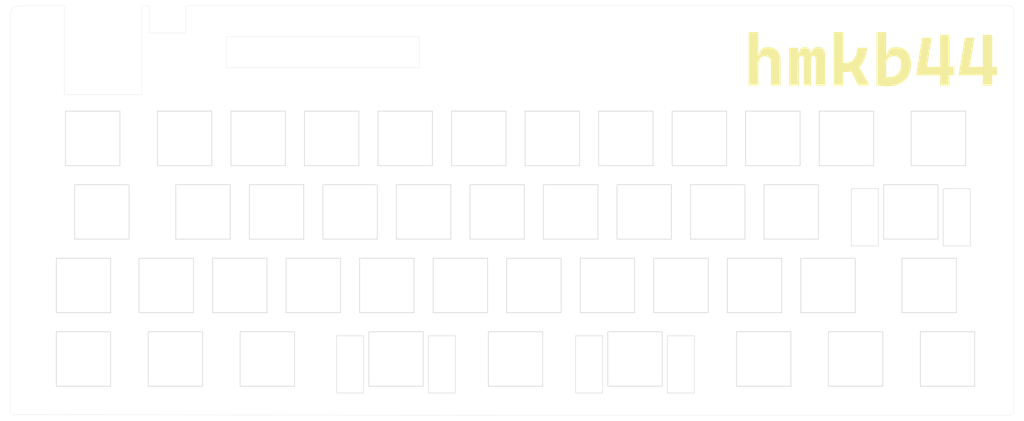
<source format=kicad_pcb>
(kicad_pcb (version 20241229) (generator "pcbnew") (generator_version "9.0")
  (layers (0 "F.Cu" signal) (2 "B.Cu" signal) (13 "F.Paste" user) (15 "B.Paste" user) (5 "F.SilkS" user "F.Silkscreen") (7 "B.SilkS" user "B.Silkscreen") (1 "F.Mask" user) (3 "B.Mask" user) (25 "Edge.Cuts" user))
  (net 0 "")
  (footprint "00SS_kbd_SW_Hole:SW_Hole_1.75u" (layer "F.Cu") (at 333.0575 152.4)
    (property "Reference" "SW58" (hide yes))
    (property "Value" "SW_Push" (hide yes))
    (fp_line (start -7.05 -7.05) (end 7.05 -7.05) (stroke (width 0.15)) (layer "Edge.Cuts"))
    (fp_line (start -7.05 7.05) (end -7.05 -7.05) (stroke (width 0.15)) (layer "Edge.Cuts"))
    (fp_line (start 7.05 -7.05) (end 7.05 7.05) (stroke (width 0.15)) (layer "Edge.Cuts"))
    (fp_line (start 7.05 7.05) (end -7.05 7.05) (stroke (width 0.15)) (layer "Edge.Cuts"))
  )
  (footprint "00SS_kbd_SW_Hole:SW_Hole_1u" (layer "F.Cu") (at 254.4763 114.3)
    (property "Reference" "SW21" (hide yes))
    (property "Value" "SW_Push" (hide yes))
    (fp_line (start -7.05 -7.05) (end 7.05 -7.05) (stroke (width 0.15)) (layer "Edge.Cuts"))
    (fp_line (start -7.05 7.05) (end -7.05 -7.05) (stroke (width 0.15)) (layer "Edge.Cuts"))
    (fp_line (start 7.05 -7.05) (end 7.05 7.05) (stroke (width 0.15)) (layer "Edge.Cuts"))
    (fp_line (start 7.05 7.05) (end -7.05 7.05) (stroke (width 0.15)) (layer "Edge.Cuts"))
  )
  (footprint "00SS_kbd_SW_Hole:SW_Hole_1u" (layer "F.Cu") (at 183.0388 133.35)
    (property "Reference" "SW32" (hide yes))
    (property "Value" "SW_Push" (hide yes))
    (fp_line (start -7.05 -7.05) (end 7.05 -7.05) (stroke (width 0.15)) (layer "Edge.Cuts"))
    (fp_line (start -7.05 7.05) (end -7.05 -7.05) (stroke (width 0.15)) (layer "Edge.Cuts"))
    (fp_line (start 7.05 -7.05) (end 7.05 7.05) (stroke (width 0.15)) (layer "Edge.Cuts"))
    (fp_line (start 7.05 7.05) (end -7.05 7.05) (stroke (width 0.15)) (layer "Edge.Cuts"))
  )
  (footprint "00SS_kbd_SW_Hole:SW_Hole_1.5u" (layer "F.Cu") (at 335.4388 114.3)
    (property "Reference" "SW26" (hide yes))
    (property "Value" "SW_Push" (hide yes))
    (fp_line (start -7.05 -7.05) (end 7.05 -7.05) (stroke (width 0.15)) (layer "Edge.Cuts"))
    (fp_line (start -7.05 7.05) (end -7.05 -7.05) (stroke (width 0.15)) (layer "Edge.Cuts"))
    (fp_line (start 7.05 -7.05) (end 7.05 7.05) (stroke (width 0.15)) (layer "Edge.Cuts"))
    (fp_line (start 7.05 7.05) (end -7.05 7.05) (stroke (width 0.15)) (layer "Edge.Cuts"))
  )
  (footprint "00SS_kbd_SW_Hole:SW_Hole_1u" (layer "F.Cu") (at 197.3263 114.3)
    (property "Reference" "SW16" (hide yes))
    (property "Value" "SW_Push" (hide yes))
    (fp_line (start -7.05 -7.05) (end 7.05 -7.05) (stroke (width 0.15)) (layer "Edge.Cuts"))
    (fp_line (start -7.05 7.05) (end -7.05 -7.05) (stroke (width 0.15)) (layer "Edge.Cuts"))
    (fp_line (start 7.05 -7.05) (end 7.05 7.05) (stroke (width 0.15)) (layer "Edge.Cuts"))
    (fp_line (start 7.05 7.05) (end -7.05 7.05) (stroke (width 0.15)) (layer "Edge.Cuts"))
  )
  (footprint "00SS_kbd_SW_Hole:SW_Hole_1u" (layer "F.Cu") (at 192.5638 152.4)
    (property "Reference" "SW48" (hide yes))
    (property "Value" "SW_Push" (hide yes))
    (fp_line (start -7.05 -7.05) (end 7.05 -7.05) (stroke (width 0.15)) (layer "Edge.Cuts"))
    (fp_line (start -7.05 7.05) (end -7.05 -7.05) (stroke (width 0.15)) (layer "Edge.Cuts"))
    (fp_line (start 7.05 -7.05) (end 7.05 7.05) (stroke (width 0.15)) (layer "Edge.Cuts"))
    (fp_line (start 7.05 7.05) (end -7.05 7.05) (stroke (width 0.15)) (layer "Edge.Cuts"))
  )
  (footprint "00SS_kbd_SW_Hole:SW_Hole_1.25u" (layer "F.Cu") (at 113.9825 152.4)
    (property "Reference" "SW43" (hide yes))
    (property "Value" "SW_Push" (hide yes))
    (fp_line (start -7.05 -7.05) (end 7.05 -7.05) (stroke (width 0.15)) (layer "Edge.Cuts"))
    (fp_line (start -7.05 7.05) (end -7.05 -7.05) (stroke (width 0.15)) (layer "Edge.Cuts"))
    (fp_line (start 7.05 -7.05) (end 7.05 7.05) (stroke (width 0.15)) (layer "Edge.Cuts"))
    (fp_line (start 7.05 7.05) (end -7.05 7.05) (stroke (width 0.15)) (layer "Edge.Cuts"))
  )
  (footprint "00SS_kbd_SW_Hole:SW_Hole_1u" (layer "F.Cu") (at 216.3763 114.3)
    (property "Reference" "SW17" (hide yes))
    (property "Value" "SW_Push" (hide yes))
    (fp_line (start -7.05 -7.05) (end 7.05 -7.05) (stroke (width 0.15)) (layer "Edge.Cuts"))
    (fp_line (start -7.05 7.05) (end -7.05 -7.05) (stroke (width 0.15)) (layer "Edge.Cuts"))
    (fp_line (start 7.05 -7.05) (end 7.05 7.05) (stroke (width 0.15)) (layer "Edge.Cuts"))
    (fp_line (start 7.05 7.05) (end -7.05 7.05) (stroke (width 0.15)) (layer "Edge.Cuts"))
  )
  (footprint "MountingHole:MountingHole_2.2mm_M2" (layer "F.Cu") (at 225 183.5)
    (property "Reference" "H6")
    (property "Value" "MountingHole")
    (pad "" np_thru_hole circle (at 0 0) (size 2.2 2.2) (drill 2.2) (layers "*.Cu" "*.Mask"))
  )
  (footprint "MountingHole:MountingHole_2.2mm_M2" (layer "F.Cu") (at 97.5 133)
    (property "Reference" "H8")
    (property "Value" "MountingHole")
    (pad "" np_thru_hole circle (at 0 0) (size 2.2 2.2) (drill 2.2) (layers "*.Cu" "*.Mask"))
  )
  (footprint "MountingHole:MountingHole_2.2mm_M2" (layer "F.Cu") (at 97.5 82.5)
    (property "Reference" "H1")
    (property "Value" "MountingHole")
    (pad "" np_thru_hole circle (at 0 0) (size 2.2 2.2) (drill 2.2) (layers "*.Cu" "*.Mask"))
  )
  (footprint "00SS_kbd_SW_Hole:SW_Hole_1u" (layer "F.Cu") (at 292.5763 114.3)
    (property "Reference" "SW24" (hide yes))
    (property "Value" "SW_Push" (hide yes))
    (fp_line (start -7.05 -7.05) (end 7.05 -7.05) (stroke (width 0.15)) (layer "Edge.Cuts"))
    (fp_line (start -7.05 7.05) (end -7.05 -7.05) (stroke (width 0.15)) (layer "Edge.Cuts"))
    (fp_line (start 7.05 -7.05) (end 7.05 7.05) (stroke (width 0.15)) (layer "Edge.Cuts"))
    (fp_line (start 7.05 7.05) (end -7.05 7.05) (stroke (width 0.15)) (layer "Edge.Cuts"))
  )
  (footprint "00SS_kbd_SW_Hole:SW_Hole_1u" (layer "F.Cu") (at 163.9888 133.35)
    (property "Reference" "SW31" (hide yes))
    (property "Value" "SW_Push" (hide yes))
    (fp_line (start -7.05 -7.05) (end 7.05 -7.05) (stroke (width 0.15)) (layer "Edge.Cuts"))
    (fp_line (start -7.05 7.05) (end -7.05 -7.05) (stroke (width 0.15)) (layer "Edge.Cuts"))
    (fp_line (start 7.05 -7.05) (end 7.05 7.05) (stroke (width 0.15)) (layer "Edge.Cuts"))
    (fp_line (start 7.05 7.05) (end -7.05 7.05) (stroke (width 0.15)) (layer "Edge.Cuts"))
  )
  (footprint "00SS_kbd_SW_Hole:SW_Hole_2.25u" (layer "F.Cu") (at 328.295 133.35)
    (property "Reference" "SW42" (hide yes))
    (property "Value" "SW_Push" (hide yes))
    (fp_line (start -15.4 -6) (end -8.4 -6) (stroke (width 0.12)) (layer "Edge.Cuts"))
    (fp_line (start -15.4 8.8) (end -15.4 -6) (stroke (width 0.12)) (layer "Edge.Cuts"))
    (fp_line (start -8.4 -6) (end -8.4 8.8) (stroke (width 0.12)) (layer "Edge.Cuts"))
    (fp_line (start -8.4 8.8) (end -15.4 8.8) (stroke (width 0.12)) (layer "Edge.Cuts"))
    (fp_line (start -7.05 -7.05) (end 7.05 -7.05) (stroke (width 0.15)) (layer "Edge.Cuts"))
    (fp_line (start -7.05 7.05) (end -7.05 -7.05) (stroke (width 0.15)) (layer "Edge.Cuts"))
    (fp_line (start 7.05 -7.05) (end 7.05 7.05) (stroke (width 0.15)) (layer "Edge.Cuts"))
    (fp_line (start 7.05 7.05) (end -7.05 7.05) (stroke (width 0.15)) (layer "Edge.Cuts"))
    (fp_line (start 8.4 -6) (end 8.4 8.8) (stroke (width 0.12)) (layer "Edge.Cuts"))
    (fp_line (start 8.4 8.8) (end 15.4 8.8) (stroke (width 0.12)) (layer "Edge.Cuts"))
    (fp_line (start 15.4 -6) (end 8.4 -6) (stroke (width 0.12)) (layer "Edge.Cuts"))
    (fp_line (start 15.4 8.8) (end 15.4 -6) (stroke (width 0.12)) (layer "Edge.Cuts"))
  )
  (footprint "00SS_kbd_SW_Hole:SW_Hole_1.25u" (layer "F.Cu") (at 161.6075 171.45)
    (property "Reference" "SW63" (hide yes))
    (property "Value" "SW_Push" (hide yes))
    (fp_line (start -7.05 -7.05) (end 7.05 -7.05) (stroke (width 0.15)) (layer "Edge.Cuts"))
    (fp_line (start -7.05 7.05) (end -7.05 -7.05) (stroke (width 0.15)) (layer "Edge.Cuts"))
    (fp_line (start 7.05 -7.05) (end 7.05 7.05) (stroke (width 0.15)) (layer "Edge.Cuts"))
    (fp_line (start 7.05 7.05) (end -7.05 7.05) (stroke (width 0.15)) (layer "Edge.Cuts"))
  )
  (footprint "00SS_kbd_SW_Hole:SW_Hole_1u" (layer "F.Cu") (at 235.4263 114.3)
    (property "Reference" "SW18" (hide yes))
    (property "Value" "SW_Push" (hide yes))
    (fp_line (start -7.05 -7.05) (end 7.05 -7.05) (stroke (width 0.15)) (layer "Edge.Cuts"))
    (fp_line (start -7.05 7.05) (end -7.05 -7.05) (stroke (width 0.15)) (layer "Edge.Cuts"))
    (fp_line (start 7.05 -7.05) (end 7.05 7.05) (stroke (width 0.15)) (layer "Edge.Cuts"))
    (fp_line (start 7.05 7.05) (end -7.05 7.05) (stroke (width 0.15)) (layer "Edge.Cuts"))
  )
  (footprint "00SS_kbd_SW_Hole:SW_Hole_1u" (layer "F.Cu") (at 287.8138 152.4)
    (property "Reference" "SW56" (hide yes))
    (property "Value" "SW_Push" (hide yes))
    (fp_line (start -7.05 -7.05) (end 7.05 -7.05) (stroke (width 0.15)) (layer "Edge.Cuts"))
    (fp_line (start -7.05 7.05) (end -7.05 -7.05) (stroke (width 0.15)) (layer "Edge.Cuts"))
    (fp_line (start 7.05 -7.05) (end 7.05 7.05) (stroke (width 0.15)) (layer "Edge.Cuts"))
    (fp_line (start 7.05 7.05) (end -7.05 7.05) (stroke (width 0.15)) (layer "Edge.Cuts"))
  )
  (footprint "00SS_kbd_SW_Hole:SW_Hole_1u" (layer "F.Cu") (at 259.2388 133.35)
    (property "Reference" "SW37" (hide yes))
    (property "Value" "SW_Push" (hide yes))
    (fp_line (start -7.05 -7.05) (end 7.05 -7.05) (stroke (width 0.15)) (layer "Edge.Cuts"))
    (fp_line (start -7.05 7.05) (end -7.05 -7.05) (stroke (width 0.15)) (layer "Edge.Cuts"))
    (fp_line (start 7.05 -7.05) (end 7.05 7.05) (stroke (width 0.15)) (layer "Edge.Cuts"))
    (fp_line (start 7.05 7.05) (end -7.05 7.05) (stroke (width 0.15)) (layer "Edge.Cuts"))
  )
  (footprint "00SS_kbd_SW_Hole:SW_Hole_1u" (layer "F.Cu") (at 159.2263 114.3)
    (property "Reference" "SW14" (hide yes))
    (property "Value" "SW_Push" (hide yes))
    (fp_line (start -7.05 -7.05) (end 7.05 -7.05) (stroke (width 0.15)) (layer "Edge.Cuts"))
    (fp_line (start -7.05 7.05) (end -7.05 -7.05) (stroke (width 0.15)) (layer "Edge.Cuts"))
    (fp_line (start 7.05 -7.05) (end 7.05 7.05) (stroke (width 0.15)) (layer "Edge.Cuts"))
    (fp_line (start 7.05 7.05) (end -7.05 7.05) (stroke (width 0.15)) (layer "Edge.Cuts"))
  )
  (footprint "MountingHole:MountingHole_2.2mm_M2" (layer "F.Cu") (at 352.5 183.5)
    (property "Reference" "H5")
    (property "Value" "MountingHole")
    (pad "" np_thru_hole circle (at 0 0) (size 2.2 2.2) (drill 2.2) (layers "*.Cu" "*.Mask"))
  )
  (footprint "MountingHole:MountingHole_2.2mm_M2" (layer "F.Cu") (at 352.5 82.5)
    (property "Reference" "H3")
    (property "Value" "MountingHole")
    (pad "" np_thru_hole circle (at 0 0) (size 2.2 2.2) (drill 2.2) (layers "*.Cu" "*.Mask"))
  )
  (footprint "00SS_kbd_SW_Hole:SW_Hole_1u" (layer "F.Cu") (at 211.6138 152.4)
    (property "Reference" "SW51" (hide yes))
    (property "Value" "SW_Push" (hide yes))
    (fp_line (start -7.05 -7.05) (end 7.05 -7.05) (stroke (width 0.15)) (layer "Edge.Cuts"))
    (fp_line (start -7.05 7.05) (end -7.05 -7.05) (stroke (width 0.15)) (layer "Edge.Cuts"))
    (fp_line (start 7.05 -7.05) (end 7.05 7.05) (stroke (width 0.15)) (layer "Edge.Cuts"))
    (fp_line (start 7.05 7.05) (end -7.05 7.05) (stroke (width 0.15)) (layer "Edge.Cuts"))
  )
  (footprint "MountingHole:MountingHole_2.2mm_M2" (layer "F.Cu") (at 352.5 133)
    (property "Reference" "H4")
    (property "Value" "MountingHole")
    (pad "" np_thru_hole circle (at 0 0) (size 2.2 2.2) (drill 2.2) (layers "*.Cu" "*.Mask"))
  )
  (footprint "00SS_kbd_SW_Hole:SW_Hole_1.25u" (layer "F.Cu") (at 314.0075 171.45)
    (property "Reference" "SW71" (hide yes))
    (property "Value" "SW_Push" (hide yes))
    (fp_line (start -7.05 -7.05) (end 7.05 -7.05) (stroke (width 0.15)) (layer "Edge.Cuts"))
    (fp_line (start -7.05 7.05) (end -7.05 -7.05) (stroke (width 0.15)) (layer "Edge.Cuts"))
    (fp_line (start 7.05 -7.05) (end 7.05 7.05) (stroke (width 0.15)) (layer "Edge.Cuts"))
    (fp_line (start 7.05 7.05) (end -7.05 7.05) (stroke (width 0.15)) (layer "Edge.Cuts"))
  )
  (footprint "00SS_kbd_SW_Hole:SW_Hole_1u" (layer "F.Cu") (at 240.1888 133.35)
    (property "Reference" "SW36" (hide yes))
    (property "Value" "SW_Push" (hide yes))
    (fp_line (start -7.05 -7.05) (end 7.05 -7.05) (stroke (width 0.15)) (layer "Edge.Cuts"))
    (fp_line (start -7.05 7.05) (end -7.05 -7.05) (stroke (width 0.15)) (layer "Edge.Cuts"))
    (fp_line (start 7.05 -7.05) (end 7.05 7.05) (stroke (width 0.15)) (layer "Edge.Cuts"))
    (fp_line (start 7.05 7.05) (end -7.05 7.05) (stroke (width 0.15)) (layer "Edge.Cuts"))
  )
  (footprint "00SS_kbd_SW_Hole:SW_Hole_1u" (layer "F.Cu") (at 144.9388 133.35)
    (property "Reference" "SW28" (hide yes))
    (property "Value" "SW_Push" (hide yes))
    (fp_line (start -7.05 -7.05) (end 7.05 -7.05) (stroke (width 0.15)) (layer "Edge.Cuts"))
    (fp_line (start -7.05 7.05) (end -7.05 -7.05) (stroke (width 0.15)) (layer "Edge.Cuts"))
    (fp_line (start 7.05 -7.05) (end 7.05 7.05) (stroke (width 0.15)) (layer "Edge.Cuts"))
    (fp_line (start 7.05 7.05) (end -7.05 7.05) (stroke (width 0.15)) (layer "Edge.Cuts"))
  )
  (footprint "00SS_kbd_SW_Hole:SW_Hole_1.25u" (layer "F.Cu") (at 113.9825 171.45)
    (property "Reference" "SW61" (hide yes))
    (property "Value" "SW_Push" (hide yes))
    (fp_line (start -7.05 -7.05) (end 7.05 -7.05) (stroke (width 0.15)) (layer "Edge.Cuts"))
    (fp_line (start -7.05 7.05) (end -7.05 -7.05) (stroke (width 0.15)) (layer "Edge.Cuts"))
    (fp_line (start 7.05 -7.05) (end 7.05 7.05) (stroke (width 0.15)) (layer "Edge.Cuts"))
    (fp_line (start 7.05 7.05) (end -7.05 7.05) (stroke (width 0.15)) (layer "Edge.Cuts"))
  )
  (footprint "00SS_kbd_SW_Hole:SW_Hole_1u" (layer "F.Cu") (at 221.1388 133.35)
    (property "Reference" "SW35" (hide yes))
    (property "Value" "SW_Push" (hide yes))
    (fp_line (start -7.05 -7.05) (end 7.05 -7.05) (stroke (width 0.15)) (layer "Edge.Cuts"))
    (fp_line (start -7.05 7.05) (end -7.05 -7.05) (stroke (width 0.15)) (layer "Edge.Cuts"))
    (fp_line (start 7.05 -7.05) (end 7.05 7.05) (stroke (width 0.15)) (layer "Edge.Cuts"))
    (fp_line (start 7.05 7.05) (end -7.05 7.05) (stroke (width 0.15)) (layer "Edge.Cuts"))
  )
  (footprint "00SS_kbd_SW_Hole:SW_Hole_1u" (layer "F.Cu") (at 202.0888 133.35)
    (property "Reference" "SW34" (hide yes))
    (property "Value" "SW_Push" (hide yes))
    (fp_line (start -7.05 -7.05) (end 7.05 -7.05) (stroke (width 0.15)) (layer "Edge.Cuts"))
    (fp_line (start -7.05 7.05) (end -7.05 -7.05) (stroke (width 0.15)) (layer "Edge.Cuts"))
    (fp_line (start 7.05 -7.05) (end 7.05 7.05) (stroke (width 0.15)) (layer "Edge.Cuts"))
    (fp_line (start 7.05 7.05) (end -7.05 7.05) (stroke (width 0.15)) (layer "Edge.Cuts"))
  )
  (footprint "00SS_kbd_SW_Hole:SW_Hole_1u" (layer "F.Cu") (at 173.5138 152.4)
    (property "Reference" "SW47" (hide yes))
    (property "Value" "SW_Push" (hide yes))
    (fp_line (start -7.05 -7.05) (end 7.05 -7.05) (stroke (width 0.15)) (layer "Edge.Cuts"))
    (fp_line (start -7.05 7.05) (end -7.05 -7.05) (stroke (width 0.15)) (layer "Edge.Cuts"))
    (fp_line (start 7.05 -7.05) (end 7.05 7.05) (stroke (width 0.15)) (layer "Edge.Cuts"))
    (fp_line (start 7.05 7.05) (end -7.05 7.05) (stroke (width 0.15)) (layer "Edge.Cuts"))
  )
  (footprint "00SS_kbd_SW_Hole:SW_Hole_1u" (layer "F.Cu") (at 140.1763 114.3)
    (property "Reference" "SW13" (hide yes))
    (property "Value" "SW_Push" (hide yes))
    (fp_line (start -7.05 -7.05) (end 7.05 -7.05) (stroke (width 0.15)) (layer "Edge.Cuts"))
    (fp_line (start -7.05 7.05) (end -7.05 -7.05) (stroke (width 0.15)) (layer "Edge.Cuts"))
    (fp_line (start 7.05 -7.05) (end 7.05 7.05) (stroke (width 0.15)) (layer "Edge.Cuts"))
    (fp_line (start 7.05 7.05) (end -7.05 7.05) (stroke (width 0.15)) (layer "Edge.Cuts"))
  )
  (footprint "00SS_kbd_SW_Hole:SW_Hole_1.25u" (layer "F.Cu") (at 290.195 171.45)
    (property "Reference" "SW68" (hide yes))
    (property "Value" "SW_Push" (hide yes))
    (fp_line (start -7.05 -7.05) (end 7.05 -7.05) (stroke (width 0.15)) (layer "Edge.Cuts"))
    (fp_line (start -7.05 7.05) (end -7.05 -7.05) (stroke (width 0.15)) (layer "Edge.Cuts"))
    (fp_line (start 7.05 -7.05) (end 7.05 7.05) (stroke (width 0.15)) (layer "Edge.Cuts"))
    (fp_line (start 7.05 7.05) (end -7.05 7.05) (stroke (width 0.15)) (layer "Edge.Cuts"))
  )
  (footprint "00SS_kbd_SW_Hole:SW_Hole_1u" (layer "F.Cu") (at 306.8638 152.4)
    (property "Reference" "SW57" (hide yes))
    (property "Value" "SW_Push" (hide yes))
    (fp_line (start -7.05 -7.05) (end 7.05 -7.05) (stroke (width 0.15)) (layer "Edge.Cuts"))
    (fp_line (start -7.05 7.05) (end -7.05 -7.05) (stroke (width 0.15)) (layer "Edge.Cuts"))
    (fp_line (start 7.05 -7.05) (end 7.05 7.05) (stroke (width 0.15)) (layer "Edge.Cuts"))
    (fp_line (start 7.05 7.05) (end -7.05 7.05) (stroke (width 0.15)) (layer "Edge.Cuts"))
  )
  (footprint "00SS_kbd_SW_Hole:SW_Hole_1.5u" (layer "F.Cu") (at 116.3638 114.3)
    (property "Reference" "SW12" (hide yes))
    (property "Value" "SW_Push" (hide yes))
    (fp_line (start -7.05 -7.05) (end 7.05 -7.05) (stroke (width 0.15)) (layer "Edge.Cuts"))
    (fp_line (start -7.05 7.05) (end -7.05 -7.05) (stroke (width 0.15)) (layer "Edge.Cuts"))
    (fp_line (start 7.05 -7.05) (end 7.05 7.05) (stroke (width 0.15)) (layer "Edge.Cuts"))
    (fp_line (start 7.05 7.05) (end -7.05 7.05) (stroke (width 0.15)) (layer "Edge.Cuts"))
  )
  (footprint "00SS_kbd_SW_Hole:SW_Hole_1u" (layer "F.Cu") (at 311.6263 114.3)
    (property "Reference" "SW25" (hide yes))
    (property "Value" "SW_Push" (hide yes))
    (fp_line (start -7.05 -7.05) (end 7.05 -7.05) (stroke (width 0.15)) (layer "Edge.Cuts"))
    (fp_line (start -7.05 7.05) (end -7.05 -7.05) (stroke (width 0.15)) (layer "Edge.Cuts"))
    (fp_line (start 7.05 -7.05) (end 7.05 7.05) (stroke (width 0.15)) (layer "Edge.Cuts"))
    (fp_line (start 7.05 7.05) (end -7.05 7.05) (stroke (width 0.15)) (layer "Edge.Cuts"))
  )
  (footprint "00SS_kbd_SW_Hole:SW_Hole_1u" (layer "F.Cu") (at 278.2888 133.35)
    (property "Reference" "SW38" (hide yes))
    (property "Value" "SW_Push" (hide yes))
    (fp_line (start -7.05 -7.05) (end 7.05 -7.05) (stroke (width 0.15)) (layer "Edge.Cuts"))
    (fp_line (start -7.05 7.05) (end -7.05 -7.05) (stroke (width 0.15)) (layer "Edge.Cuts"))
    (fp_line (start 7.05 -7.05) (end 7.05 7.05) (stroke (width 0.15)) (layer "Edge.Cuts"))
    (fp_line (start 7.05 7.05) (end -7.05 7.05) (stroke (width 0.15)) (layer "Edge.Cuts"))
  )
  (footprint "MountingHole:MountingHole_2.2mm_M2" (layer "F.Cu") (at 225 82.5)
    (property "Reference" "H2")
    (property "Value" "MountingHole")
    (pad "" np_thru_hole circle (at 0 0) (size 2.2 2.2) (drill 2.2) (layers "*.Cu" "*.Mask"))
  )
  (footprint "00SS_kbd_SW_Hole:SW_Hole_1.25u" (layer "F.Cu") (at 137.795 171.45)
    (property "Reference" "SW62" (hide yes))
    (property "Value" "SW_Push" (hide yes))
    (fp_line (start -7.05 -7.05) (end 7.05 -7.05) (stroke (width 0.15)) (layer "Edge.Cuts"))
    (fp_line (start -7.05 7.05) (end -7.05 -7.05) (stroke (width 0.15)) (layer "Edge.Cuts"))
    (fp_line (start 7.05 -7.05) (end 7.05 7.05) (stroke (width 0.15)) (layer "Edge.Cuts"))
    (fp_line (start 7.05 7.05) (end -7.05 7.05) (stroke (width 0.15)) (layer "Edge.Cuts"))
  )
  (footprint "00SS_kbd_SW_Hole:SW_Hole_1.25u" (layer "F.Cu") (at 337.82 171.45)
    (property "Reference" "SW72" (hide yes))
    (property "Value" "SW_Push" (hide yes))
    (fp_line (start -7.05 -7.05) (end 7.05 -7.05) (stroke (width 0.15)) (layer "Edge.Cuts"))
    (fp_line (start -7.05 7.05) (end -7.05 -7.05) (stroke (width 0.15)) (layer "Edge.Cuts"))
    (fp_line (start 7.05 -7.05) (end 7.05 7.05) (stroke (width 0.15)) (layer "Edge.Cuts"))
    (fp_line (start 7.05 7.05) (end -7.05 7.05) (stroke (width 0.15)) (layer "Edge.Cuts"))
  )
  (footprint "00SS_kbd_SW_Hole:SW_Hole_1u" (layer "F.Cu") (at 249.7138 152.4)
    (property "Reference" "SW53" (hide yes))
    (property "Value" "SW_Push" (hide yes))
    (fp_line (start -7.05 -7.05) (end 7.05 -7.05) (stroke (width 0.15)) (layer "Edge.Cuts"))
    (fp_line (start -7.05 7.05) (end -7.05 -7.05) (stroke (width 0.15)) (layer "Edge.Cuts"))
    (fp_line (start 7.05 -7.05) (end 7.05 7.05) (stroke (width 0.15)) (layer "Edge.Cuts"))
    (fp_line (start 7.05 7.05) (end -7.05 7.05) (stroke (width 0.15)) (layer "Edge.Cuts"))
  )
  (footprint "00SS_kbd_SW_Hole:SW_Hole_1u" (layer "F.Cu") (at 268.7638 152.4)
    (property "Reference" "SW54" (hide yes))
    (property "Value" "SW_Push" (hide yes))
    (fp_line (start -7.05 -7.05) (end 7.05 -7.05) (stroke (width 0.15)) (layer "Edge.Cuts"))
    (fp_line (start -7.05 7.05) (end -7.05 -7.05) (stroke (width 0.15)) (layer "Edge.Cuts"))
    (fp_line (start 7.05 -7.05) (end 7.05 7.05) (stroke (width 0.15)) (layer "Edge.Cuts"))
    (fp_line (start 7.05 7.05) (end -7.05 7.05) (stroke (width 0.15)) (layer "Edge.Cuts"))
  )
  (footprint "MyLibrary:LOGO" (layer "F.Cu") (at 323.6 96.66875)
    (property "Reference" "LOGO1")
    (property "Value" "~" (hide yes))
    (fp_poly (pts (xy 14.733984 -5.047755) (xy 14.733984 -0.930177) (xy 15.366503 -0.930177) (xy 15.999023 -0.930177) (xy 15.999023 0.186034) (xy 15.999023 1.302245) (xy 15.366503 1.302245) (xy 14.733984 1.302245) (xy 14.733984 2.616894) (xy 14.733984 3.931542) (xy 13.518554 3.931542) (xy 12.303124 3.931542) (xy 12.303124 2.616894) (xy 12.303124 1.302245) (xy 9.177734 1.302245) (xy 8.702928 1.302156) (xy 8.275565 1.301873) (xy 7.893479 1.301376) (xy 7.554505 1.300643) (xy 7.256475 1.299653) (xy 6.997224 1.298383) (xy 6.774587 1.296813) (xy 6.586396 1.29492) (xy 6.430486 1.292685) (xy 6.304691 1.290084) (xy 6.206846 1.287097) (xy 6.134783 1.283702) (xy 6.086337 1.279878) (xy 6.059342 1.275602) (xy 6.051589 1.271239) (xy 6.055511 1.244026) (xy 6.067171 1.170224) (xy 6.086183 1.052186) (xy 6.112159 0.892263) (xy 6.144712 0.692808) (xy 6.183456 0.456171) (xy 6.228003 0.184704) (xy 6.277967 -0.119241) (xy 6.33296 -0.453312) (xy 6.392596 -0.815159) (xy 6.456488 -1.202428) (xy 6.524249 -1.61277) (xy 6.595492 -2.043831) (xy 6.66983 -2.493261) (xy 6.746876 -2.958708) (xy 6.826243 -3.43782) (xy 6.851541 -3.590463) (xy 7.652245 -8.421159) (xy 8.899153 -8.421176) (xy 10.146062 -8.421192) (xy 10.13355 -8.365382) (xy 10.128078 -8.334859) (xy 10.11489 -8.258149) (xy 10.094448 -8.137993) (xy 10.067213 -7.977135) (xy 10.033647 -7.778318) (xy 9.994209 -7.544285) (xy 9.949363 -7.277778) (xy 9.899568 -6.98154) (xy 9.845287 -6.658315) (xy 9.78698 -6.310844) (xy 9.725109 -5.941872) (xy 9.660135 -5.554141) (xy 9.592519 -5.150394) (xy 9.522723 -4.733373) (xy 9.513071 -4.675684) (xy 9.44301 -4.257067) (xy 9.37506 -3.851349) (xy 9.309684 -3.461274) (xy 9.247343 -3.089584) (xy 9.188498 -2.739022) (xy 9.133611 -2.412332) (xy 9.083144 -2.112256) (xy 9.037558 -1.841537) (xy 8.997315 -1.602919) (xy 8.962876 -1.399143) (xy 8.934704 -1.232953) (xy 8.913259 -1.107092) (xy 8.899004 -1.024302) (xy 8.8924 -0.987327) (xy 8.892118 -0.985987) (xy 8.879132 -0.930177) (xy 10.591128 -0.930177) (xy 12.303124 -0.930177) (xy 12.303124 -5.047755) (xy 12.303124 -9.165333) (xy 13.518554 -9.165333) (xy 14.733984 -9.165333)) (fill yes) (layer "F.SilkS"))
    (fp_poly (pts (xy -12.774415 -5.912357) (xy -12.774415 -1.915241) (xy -12.396143 -1.929659) (xy -12.103784 -1.946909) (xy -11.846714 -1.976138) (xy -11.611593 -2.019524) (xy -11.38508 -2.079242) (xy -11.286134 -2.110776) (xy -10.96754 -2.237431) (xy -10.680889 -2.394962) (xy -10.423599 -2.585973) (xy -10.19309 -2.81307) (xy -9.98678 -3.078855) (xy -9.802088 -3.385935) (xy -9.636432 -3.736912) (xy -9.609346 -3.802698) (xy -9.516645 -4.0568) (xy -9.427078 -4.349323) (xy -9.343511 -4.669079) (xy -9.268809 -5.004879) (xy -9.205837 -5.345536) (xy -9.191941 -5.432227) (xy -9.173958 -5.547365) (xy -9.157289 -5.652634) (xy -9.144368 -5.732736) (xy -9.139676 -5.76089) (xy -9.125878 -5.841505) (xy -7.836034 -5.841505) (xy -6.54619 -5.841505) (xy -6.559897 -5.76089) (xy -6.568782 -5.705925) (xy -6.583115 -5.614235) (xy -6.600984 -5.498157) (xy -6.62048 -5.370027) (xy -6.622327 -5.357813) (xy -6.739331 -4.692842) (xy -6.883431 -4.068235) (xy -7.055058 -3.482528) (xy -7.254639 -2.934251) (xy -7.478243 -2.43086) (xy -7.653481 -2.091367) (xy -7.831879 -1.787826) (xy -8.022313 -1.506912) (xy -8.233658 -1.235298) (xy -8.412257 -1.028529) (xy -8.610697 -0.807457) (xy -8.233282 -0.14328) (xy -8.115256 0.064484) (xy -7.985876 0.292349) (xy -7.84711 0.536837) (xy -7.700928 0.794475) (xy -7.549299 1.061785) (xy -7.394192 1.335291) (xy -7.237578 1.611518) (xy -7.081426 1.88699) (xy -6.927705 2.15823) (xy -6.778385 2.421764) (xy -6.635434 2.674114) (xy -6.500824 2.911805) (xy -6.376522 3.13136) (xy -6.264499 3.329305) (xy -6.166724 3.502162) (xy -6.085166 3.646456) (xy -6.021796 3.758712) (xy -5.978581 3.835452) (xy -5.957493 3.873201) (xy -5.956122 3.875732) (xy -5.926576 3.931542) (xy -7.409528 3.931233) (xy -8.892481 3.930925) (xy -9.805918 2.120491) (xy -9.946804 1.841531) (xy -10.081331 1.575701) (xy -10.207822 1.326283) (xy -10.324599 1.096559) (xy -10.429985 0.889811) (xy -10.522303 0.709321) (xy -10.599876 0.558371) (xy -10.661027 0.440243) (xy -10.704079 0.358219) (xy -10.727355 0.315581) (xy -10.731057 0.310058) (xy -10.758718 0.314126) (xy -10.824974 0.325172) (xy -10.919583 0.341459) (xy -11.020648 0.359187) (xy -11.286804 0.400744) (xy -11.552564 0.430305) (xy -11.832003 0.448958) (xy -12.139191 0.457791) (xy -12.309327 0.458865) (xy -12.774415 0.458886) (xy -12.774415 2.195214) (xy -12.774415 3.931542) (xy -14.027052 3.931542) (xy -15.279688 3.931542) (xy -15.279688 -2.988966) (xy -15.279688 -9.909473) (xy -14.027052 -9.909473) (xy -12.774415 -9.909473)) (fill yes) (layer "F.SilkS"))
    (fp_poly (pts (xy 25.796874 -5.047755) (xy 25.796874 -0.930177) (xy 26.429394 -0.930177) (xy 27.061913 -0.930177) (xy 27.061913 0.186034) (xy 27.061913 1.302245) (xy 26.429394 1.302245) (xy 25.796874 1.302245) (xy 25.796874 2.616894) (xy 25.796874 3.931542) (xy 24.581445 3.931542) (xy 23.366015 3.931542) (xy 23.366015 2.616894) (xy 23.366015 1.302245) (xy 20.22655 1.302245) (xy 19.766936 1.30222) (xy 19.354409 1.30212) (xy 18.986445 1.301911) (xy 18.660522 1.301558) (xy 18.374116 1.301025) (xy 18.124706 1.300278) (xy 17.909767 1.299281) (xy 17.726777 1.298) (xy 17.573213 1.2964) (xy 17.446553 1.294445) (xy 17.344272 1.292101) (xy 17.263849 1.289332) (xy 17.202761 1.286103) (xy 17.158484 1.28238) (xy 17.128496 1.278128) (xy 17.110273 1.273311) (xy 17.101293 1.267894) (xy 17.099034 1.261843) (xy 17.099556 1.258837) (xy 17.104804 1.230362) (xy 17.117761 1.155306) (xy 17.138031 1.036033) (xy 17.16522 0.874906) (xy 17.198934 0.674288) (xy 17.238779 0.436541) (xy 17.28436 0.16403) (xy 17.335283 -0.140884) (xy 17.391154 -0.475837) (xy 17.451578 -0.838466) (xy 17.516161 -1.226409) (xy 17.584509 -1.637301) (xy 17.656227 -2.068781) (xy 17.730921 -2.518484) (xy 17.808197 -2.984049) (xy 17.88766 -3.463112) (xy 17.910834 -3.602882) (xy 18.709643 -8.421192) (xy 19.956503 -8.421192) (xy 20.237454 -8.421113) (xy 20.472774 -8.420781) (xy 20.666441 -8.420057) (xy 20.822434 -8.418802) (xy 20.944729 -8.416876) (xy 21.037305 -8.414138) (xy 21.104141 -8.41045) (xy 21.149214 -8.405672) (xy 21.176503 -8.399664) (xy 21.189985 -8.392287) (xy 21.193639 -8.3834) (xy 21.192893 -8.377784) (xy 21.187993 -8.350191) (xy 21.175463 -8.277065) (xy 21.15585 -8.161655) (xy 21.129698 -8.007212) (xy 21.097554 -7.816984) (xy 21.059964 -7.594222) (xy 21.017473 -7.342175) (xy 20.970627 -7.064092) (xy 20.919972 -6.763224) (xy 20.866054 -6.44282) (xy 20.809419 -6.106129) (xy 20.750612 -5.756401) (xy 20.69018 -5.396886) (xy 20.628668 -5.030834) (xy 20.566621 -4.661494) (xy 20.504587 -4.292115) (xy 20.44311 -3.925948) (xy 20.382736 -3.566242) (xy 20.324012 -3.216247) (xy 20.267483 -2.879212) (xy 20.213695 -2.558386) (xy 20.163194 -2.257021) (xy 20.116525 -1.978364) (xy 20.074235 -1.725666) (xy 20.036869 -1.502177) (xy 20.004973 -1.311146) (xy 19.979093 -1.155822) (xy 19.959774 -1.039456) (xy 19.947564 -0.965297) (xy 19.943007 -0.936595) (xy 19.942988 -0.936378) (xy 19.967123 -0.93534) (xy 20.03687 -0.934357) (xy 20.14823 -0.933442) (xy 20.297206 -0.932611) (xy 20.4798 -0.931878) (xy 20.692015 -0.931257) (xy 20.929852 -0.930763) (xy 21.189315 -0.930411) (xy 21.466404 -0.930214) (xy 21.654491 -0.930177) (xy 23.366015 -0.930177) (xy 23.366015 -5.047755) (xy 23.366015 -9.165333) (xy 24.581445 -9.165333) (xy 25.796874 -9.165333)) (fill yes) (layer "F.SilkS"))
    (fp_poly (pts (xy -36.059815 -9.903502) (xy -34.81338 -9.897071) (xy -34.807076 -6.988722) (xy -34.800772 -4.080372) (xy -34.690378 -4.080372) (xy -34.621807 -4.082711) (xy -34.587276 -4.097381) (xy -34.571224 -4.135862) (xy -34.564287 -4.17339) (xy -34.512635 -4.40995) (xy -34.437984 -4.658396) (xy -34.348215 -4.894045) (xy -34.301403 -4.996736) (xy -34.238571 -5.12035) (xy -34.181132 -5.216836) (xy -34.117517 -5.302239) (xy -34.03616 -5.392601) (xy -33.961038 -5.46881) (xy -33.801684 -5.613102) (xy -33.640506 -5.727003) (xy -33.464287 -5.817788) (xy -33.259809 -5.892737) (xy -33.117541 -5.933268) (xy -33.020761 -5.956837) (xy -32.928528 -5.974469) (xy -32.829749 -5.987338) (xy -32.713335 -5.996618) (xy -32.568193 -6.003484) (xy -32.407325 -6.008477) (xy -32.104677 -6.010646) (xy -31.837971 -5.99896) (xy -31.595161 -5.972143) (xy -31.364202 -5.928923) (xy -31.162995 -5.876829) (xy -30.815108 -5.751139) (xy -30.493489 -5.584209) (xy -30.199787 -5.37787) (xy -29.935654 -5.133955) (xy -29.702739 -4.854294) (xy -29.502694 -4.540719) (xy -29.337168 -4.195062) (xy -29.207813 -3.819153) (xy -29.166889 -3.662075) (xy -29.149374 -3.588475) (xy -29.133524 -3.520271) (xy -29.119249 -3.454751) (xy -29.106459 -3.389202) (xy -29.095062 -3.320914) (xy -29.084969 -3.247175) (xy -29.07609 -3.165271) (xy -29.068334 -3.072493) (xy -29.061611 -2.966128) (xy -29.05583 -2.843464) (xy -29.050902 -2.70179) (xy -29.046735 -2.538393) (xy -29.04324 -2.350563) (xy -29.040327 -2.135586) (xy -29.037905 -1.890752) (xy -29.035883 -1.613349) (xy -29.034172 -1.300665) (xy -29.032681 -0.949988) (xy -29.03132 -0.558606) (xy -29.029999 -0.123808) (xy -29.028627 0.357119) (xy -29.028216 0.502294) (xy -29.018492 3.931542) (xy -30.278826 3.931547) (xy -31.539161 3.931552) (xy -31.53145 1.062859) (xy -31.530281 0.577987) (xy -31.529553 0.140039) (xy -31.529325 -0.253669) (xy -31.529657 -0.605821) (xy -31.530608 -0.919102) (xy -31.532238 -1.196194) (xy -31.534607 -1.439782) (xy -31.537775 -1.65255) (xy -31.541801 -1.837182) (xy -31.546745 -1.996362) (xy -31.552666 -2.132774) (xy -31.559626 -2.249102) (xy -31.567682 -2.34803) (xy -31.576895 -2.432242) (xy -31.587325 -2.504422) (xy -31.599031 -2.567253) (xy -31.612073 -2.62342) (xy -31.613589 -2.629298) (xy -31.702039 -2.885547) (xy -31.824376 -3.109572) (xy -31.978227 -3.298878) (xy -32.161222 -3.450969) (xy -32.370987 -3.56335) (xy -32.558709 -3.623513) (xy -32.728071 -3.649677) (xy -32.926134 -3.658611) (xy -33.135407 -3.651177) (xy -33.338396 -3.628232) (xy -33.51761 -3.590636) (xy -33.572907 -3.57369) (xy -33.834324 -3.459579) (xy -34.066259 -3.305812) (xy -34.267241 -3.113679) (xy -34.435799 -2.884468) (xy -34.509002 -2.753321) (xy -34.552685 -2.65298) (xy -34.601515 -2.517875) (xy -34.651063 -2.36192) (xy -34.696898 -2.19903) (xy -34.733485 -2.048187) (xy -34.741441 -2.010918) (xy -34.748555 -1.973731) (xy -34.754884 -1.933736) (xy -34.760483 -1.888046) (xy -34.765409 -1.833773) (xy -34.769719 -1.768027) (xy -34.773469 -1.687921) (xy -34.776716 -1.590566) (xy -34.779515 -1.473074) (xy -34.781923 -1.332556) (xy -34.783996 -1.166125) (xy -34.785792 -0.970891) (xy -34.787365 -0.743967) (xy -34.788773 -0.482465) (xy -34.790073 -0.183495) (xy -34.791319 0.15583) (xy -34.792569 0.5384) (xy -34.793879 0.967101) (xy -34.794159 1.0604) (xy -34.802744 3.931542) (xy -36.054498 3.931542) (xy -37.306251 3.931542) (xy -37.306251 -2.989195) (xy -37.306251 -9.909932)) (fill yes) (layer "F.SilkS"))
    (fp_poly (pts (xy -1.68672 -6.994923) (xy -1.68672 -4.080372) (xy -1.56382 -4.080372) (xy -1.490554 -4.082037) (xy -1.452344 -4.093528) (xy -1.434638 -4.124588) (xy -1.424884 -4.17339) (xy -1.344966 -4.524532) (xy -1.23261 -4.838202) (xy -1.087567 -5.114677) (xy -0.909588 -5.354235) (xy -0.698422 -5.557154) (xy -0.453819 -5.723711) (xy -0.175531 -5.854185) (xy 0.136693 -5.948852) (xy 0.181257 -5.95886) (xy 0.315864 -5.979927) (xy 0.488714 -5.994896) (xy 0.68883 -6.00385) (xy 0.905233 -6.006872) (xy 1.126944 -6.004045) (xy 1.342984 -5.995451) (xy 1.542374 -5.981175) (xy 1.714137 -5.961297) (xy 1.79975 -5.94664) (xy 2.220588 -5.839202) (xy 2.611103 -5.692702) (xy 2.970753 -5.507755) (xy 3.298995 -5.284974) (xy 3.595286 -5.024975) (xy 3.859082 -4.728372) (xy 4.08984 -4.395781) (xy 4.287018 -4.027816) (xy 4.450072 -3.625092) (xy 4.57846 -3.188223) (xy 4.671638 -2.717824) (xy 4.675754 -2.690835) (xy 4.723355 -2.275369) (xy 4.746567 -1.83573) (xy 4.745924 -1.384142) (xy 4.721962 -0.932829) (xy 4.675216 -0.494015) (xy 4.606222 -0.079924) (xy 4.55064 0.166457) (xy 4.456985 0.491653) (xy 4.340702 0.820288) (xy 4.207311 1.139202) (xy 4.062328 1.435234) (xy 3.911272 1.695223) (xy 3.906591 1.702505) (xy 3.623385 2.096252) (xy 3.303038 2.457852) (xy 2.947217 2.78606) (xy 2.557588 3.079632) (xy 2.13582 3.337323) (xy 1.68358 3.557888) (xy 1.202535 3.740082) (xy 1.157562 3.754659) (xy 0.746563 3.871914) (xy 0.31864 3.965608) (xy -0.131098 4.036266) (xy -0.607544 4.084411) (xy -1.115589 4.110568) (xy -1.660127 4.115261) (xy -2.108399 4.104539) (xy -2.291087 4.096965) (xy -2.483706 4.087444) (xy -2.670844 4.076844) (xy -2.837084 4.066028) (xy -2.951759 4.0572) (xy -3.150028 4.039824) (xy -3.348361 4.021785) (xy -3.539288 4.00382) (xy -3.715336 3.986665) (xy -3.869037 3.971056) (xy -3.992919 3.957732) (xy -4.079511 3.947428) (xy -4.111378 3.942848) (xy -4.191993 3.929294) (xy -4.191993 1.747184) (xy -1.689007 1.747184) (xy -1.384006 1.754158) (xy -1.039627 1.756768) (xy -0.737387 1.747652) (xy -0.47117 1.726604) (xy -0.426912 1.721569) (xy -0.038753 1.653329) (xy 0.324283 1.544772) (xy 0.66014 1.396819) (xy 0.966762 1.210393) (xy 1.242092 0.986416) (xy 1.269115 0.960745) (xy 1.497793 0.713273) (xy 1.691235 0.444078) (xy 1.851847 0.148391) (xy 1.982032 -0.178554) (xy 2.084194 -0.541529) (xy 2.12557 -0.738293) (xy 2.141081 -0.833187) (xy 2.15264 -0.937263) (xy 2.160697 -1.059062) (xy 2.165704 -1.207124) (xy 2.168112 -1.389989) (xy 2.168489 -1.550294) (xy 2.168049 -1.738302) (xy 2.166609 -1.885315) (xy 2.163484 -1.999947) (xy 2.15799 -2.09081) (xy 2.149441 -2.166518) (xy 2.137153 -2.235685) (xy 2.120442 -2.306923) (xy 2.103175 -2.372131) (xy 2.001649 -2.669405) (xy 1.86899 -2.928709) (xy 1.705669 -3.149573) (xy 1.512159 -3.331527) (xy 1.288934 -3.474101) (xy 1.036466 -3.576826) (xy 0.843092 -3.624676) (xy 0.705802 -3.642333) (xy 0.534282 -3.651818) (xy 0.343176 -3.653453) (xy 0.147129 -3.647561) (xy -0.039212 -3.634462) (xy -0.201202 -3.61448) (xy -0.277464 -3.600035) (xy -0.569239 -3.512124) (xy -0.830381 -3.387365) (xy -1.058895 -3.227429) (xy -1.252788 -3.03399) (xy -1.410065 -2.808718) (xy -1.528733 -2.553285) (xy -1.530106 -2.549516) (xy -1.555286 -2.480216) (xy -1.577256 -2.417813) (xy -1.596254 -2.358544) (xy -1.612514 -2.298645) (xy -1.62627 -2.234352) (xy -1.63776 -2.161901) (xy -1.647217 -2.077528) (xy -1.654878 -1.977469) (xy -1.660977 -1.857961) (xy -1.665749 -1.715238) (xy -1.669431 -1.545539) (xy -1.672257 -1.345097) (xy -1.674462 -1.11015) (xy -1.676282 -0.836934) (xy -1.677952 -0.521685) (xy -1.679708 -0.160638) (xy -1.679731 -0.155803) (xy -1.689007 1.747184) (xy -4.191993 1.747184) (xy -4.191993 -2.99009) (xy -4.191993 -9.909473) (xy -2.939356 -9.909473) (xy -1.68672 -9.909473)) (fill yes) (layer "F.SilkS"))
    (fp_poly (pts (xy -22.475129 -6.003262) (xy -22.263557 -5.965099) (xy -22.07655 -5.896842) (xy -21.904279 -5.794683) (xy -21.736914 -5.654817) (xy -21.701415 -5.620242) (xy -21.523496 -5.409492) (xy -21.386227 -5.171631) (xy -21.288529 -4.904668) (xy -21.266707 -4.818311) (xy -21.222716 -4.626075) (xy -21.116616 -4.626075) (xy -21.048802 -4.629491) (xy -21.014807 -4.645667) (xy -20.998993 -4.683498) (xy -20.996668 -4.694288) (xy -20.91616 -4.991472) (xy -20.802888 -5.251522) (xy -20.656949 -5.474336) (xy -20.478434 -5.659812) (xy -20.26744 -5.807848) (xy -20.024059 -5.918343) (xy -19.810635 -5.978656) (xy -19.714678 -5.996563) (xy -19.615967 -6.007615) (xy -19.501826 -6.012477) (xy -19.359579 -6.01181) (xy -19.240127 -6.008532) (xy -19.041667 -5.999078) (xy -18.879683 -5.983515) (xy -18.74115 -5.958964) (xy -18.61304 -5.922545) (xy -18.482325 -5.871378) (xy -18.358379 -5.813621) (xy -18.145326 -5.685627) (xy -17.964453 -5.524896) (xy -17.813632 -5.328689) (xy -17.690733 -5.094267) (xy -17.598582 -4.835991) (xy -17.581697 -4.778048) (xy -17.566288 -4.722955) (xy -17.552287 -4.668314) (xy -17.539625 -4.611723) (xy -17.528236 -4.550784) (xy -17.51805 -4.483094) (xy -17.509 -4.406254) (xy -17.501018 -4.317865) (xy -17.494037 -4.215524) (xy -17.487987 -4.096833) (xy -17.482802 -3.959392) (xy -17.478413 -3.800798) (xy -17.474752 -3.618654) (xy -17.471752 -3.410558) (xy -17.469345 -3.17411) (xy -17.467461 -2.906909) (xy -17.466035 -2.606556) (xy -17.464997 -2.270651) (xy -17.46428 -1.896792) (xy -17.463815 -1.482581) (xy -17.463535 -1.025616) (xy -17.463372 -0.523497) (xy -17.463275 -0.055811) (xy -17.462501 3.931542) (xy -18.690333 3.931542) (xy -19.918165 3.931542) (xy -19.918656 0.527099) (xy -19.918915 0.017013) (xy -19.919534 -0.4591) (xy -19.920502 -0.899841) (xy -19.921809 -1.303809) (xy -19.923447 -1.669605) (xy -19.925404 -1.995829) (xy -19.927671 -2.281081) (xy -19.930238 -2.523961) (xy -19.933095 -2.723068) (xy -19.936232 -2.877005) (xy -19.93964 -2.984369) (xy -19.943308 -3.043762) (xy -19.943955 -3.048976) (xy -19.987024 -3.241573) (xy -20.054813 -3.406738) (xy -20.143808 -3.538634) (xy -20.250496 -3.631428) (xy -20.313642 -3.663) (xy -20.398363 -3.680931) (xy -20.508896 -3.685816) (xy -20.623359 -3.678261) (xy -20.719872 -3.658873) (xy -20.741344 -3.651138) (xy -20.843601 -3.588689) (xy -20.94257 -3.494302) (xy -21.022068 -3.383942) (xy -21.033305 -3.363136) (xy -21.050353 -3.329523) (xy -21.065777 -3.297127) (xy -21.079659 -3.263425) (xy -21.09208 -3.225896) (xy -21.103121 -3.182016) (xy -21.112863 -3.129264) (xy -21.121388 -3.065118) (xy -21.128776 -2.987055) (xy -21.135109 -2.892553) (xy -21.140469 -2.77909) (xy -21.144936 -2.644143) (xy -21.148592 -2.485191) (xy -21.151518 -2.29971) (xy -21.153796 -2.08518) (xy -21.155506 -1.839077) (xy -21.156729 -1.558879) (xy -21.157548 -1.242064) (xy -21.158043 -0.88611) (xy -21.158296 -0.488494) (xy -21.158388 -0.046695) (xy -21.158399 0.44181) (xy -21.158399 0.519852) (xy -21.158399 3.931542) (xy -22.088575 3.931542) (xy -23.018751 3.931542) (xy -23.018751 0.494643) (xy -23.01891 -0.053204) (xy -23.019394 -0.552466) (xy -23.02021 -1.004163) (xy -23.021366 -1.40932) (xy -23.02287 -1.768957) (xy -23.024729 -2.084097) (xy -23.026951 -2.355763) (xy -23.029545 -2.584977) (xy -23.032517 -2.772762) (xy -23.035876 -2.920139) (xy -23.03963 -3.02813) (xy -23.043786 -3.09776) (xy -23.046333 -3.12064) (xy -23.090566 -3.31423) (xy -23.158029 -3.46507) (xy -23.250916 -3.575342) (xy -23.371422 -3.647224) (xy -23.521743 -3.682898) (xy -23.617415 -3.687874) (xy -23.796266 -3.668636) (xy -23.945623 -3.609884) (xy -24.067878 -3.510058) (xy -24.165424 -3.367603) (xy -24.191148 -3.314253) (xy -24.206984 -3.278065) (xy -24.221305 -3.242608) (xy -24.234187 -3.205333) (xy -24.245709 -3.163693) (xy -24.255946 -3.115138) (xy -24.264975 -3.057119) (xy -24.272873 -2.987089) (xy -24.279718 -2.902498) (xy -24.285586 -2.800797) (xy -24.290553 -2.67944) (xy -24.294697 -2.535876) (xy -24.298095 -2.367557) (xy -24.300823 -2.171934) (xy -24.302958 -1.94646) (xy -24.304578 -1.688584) (xy -24.305758 -1.39576) (xy -24.306576 -1.065438) (xy -24.307108 -0.695069) (xy -24.307432 -0.282105) (xy -24.307625 0.176002) (xy -24.307729 0.551903) (xy -24.308595 3.931542) (xy -25.548829 3.931542) (xy -26.789063 3.931542) (xy -26.789063 -0.954981) (xy -26.789063 -5.841505) (xy -25.663211 -5.841505) (xy -24.537358 -5.841505) (xy -24.523367 -5.76089) (xy -24.516655 -5.712455) (xy -24.505919 -5.623346) (xy -24.492143 -5.502242) (xy -24.476308 -5.357825) (xy -24.459395 -5.198776) (xy -24.454638 -5.153175) (xy -24.3999 -4.626075) (xy -24.295293 -4.626075) (xy -24.190687 -4.626075) (xy -24.135936 -4.86301) (xy -24.050922 -5.143036) (xy -23.934123 -5.385225) (xy -23.785709 -5.589388) (xy -23.605849 -5.755339) (xy -23.394712 -5.882889) (xy -23.152467 -5.971851) (xy -23.131362 -5.977394) (xy -23.028188 -5.99602) (xy -22.894153 -6.00912) (xy -22.747858 -6.014983) (xy -22.721095 -6.015138)) (fill yes) (layer "F.SilkS"))
  )
  (footprint "00SS_kbd_SW_Hole:SW_Hole_1u" (layer "F.Cu") (at 297.3388 133.35)
    (property "Reference" "SW41" (hide yes))
    (property "Value" "SW_Push" (hide yes))
    (fp_line (start -7.05 -7.05) (end 7.05 -7.05) (stroke (width 0.15)) (layer "Edge.Cuts"))
    (fp_line (start -7.05 7.05) (end -7.05 -7.05) (stroke (width 0.15)) (layer "Edge.Cuts"))
    (fp_line (start 7.05 -7.05) (end 7.05 7.05) (stroke (width 0.15)) (layer "Edge.Cuts"))
    (fp_line (start 7.05 7.05) (end -7.05 7.05) (stroke (width 0.15)) (layer "Edge.Cuts"))
  )
  (footprint "00SS_kbd_SW_Hole:SW_Hole_1u" (layer "F.Cu") (at 230.6638 152.4)
    (property "Reference" "SW52" (hide yes))
    (property "Value" "SW_Push" (hide yes))
    (fp_line (start -7.05 -7.05) (end 7.05 -7.05) (stroke (width 0.15)) (layer "Edge.Cuts"))
    (fp_line (start -7.05 7.05) (end -7.05 -7.05) (stroke (width 0.15)) (layer "Edge.Cuts"))
    (fp_line (start 7.05 -7.05) (end 7.05 7.05) (stroke (width 0.15)) (layer "Edge.Cuts"))
    (fp_line (start 7.05 7.05) (end -7.05 7.05) (stroke (width 0.15)) (layer "Edge.Cuts"))
  )
  (footprint "00SS_kbd_SW_Hole:SW_Hole_1.75u" (layer "F.Cu") (at 118.745 133.35)
    (property "Reference" "SW27" (hide yes))
    (property "Value" "SW_Push" (hide yes))
    (fp_line (start -7.05 -7.05) (end 7.05 -7.05) (stroke (width 0.15)) (layer "Edge.Cuts"))
    (fp_line (start -7.05 7.05) (end -7.05 -7.05) (stroke (width 0.15)) (layer "Edge.Cuts"))
    (fp_line (start 7.05 -7.05) (end 7.05 7.05) (stroke (width 0.15)) (layer "Edge.Cuts"))
    (fp_line (start 7.05 7.05) (end -7.05 7.05) (stroke (width 0.15)) (layer "Edge.Cuts"))
  )
  (footprint "00SS_kbd_SW_Hole:SW_Hole_1u" (layer "F.Cu") (at 225.9013 171.45)
    (property "Reference" "SW65" (hide yes))
    (property "Value" "SW_Push" (hide yes))
    (fp_line (start -7.05 -7.05) (end 7.05 -7.05) (stroke (width 0.15)) (layer "Edge.Cuts"))
    (fp_line (start -7.05 7.05) (end -7.05 -7.05) (stroke (width 0.15)) (layer "Edge.Cuts"))
    (fp_line (start 7.05 -7.05) (end 7.05 7.05) (stroke (width 0.15)) (layer "Edge.Cuts"))
    (fp_line (start 7.05 7.05) (end -7.05 7.05) (stroke (width 0.15)) (layer "Edge.Cuts"))
  )
  (footprint "00SS_kbd_SW_Hole:SW_Hole_1u" (layer "F.Cu") (at 273.5263 114.3)
    (property "Reference" "SW23" (hide yes))
    (property "Value" "SW_Push" (hide yes))
    (fp_line (start -7.05 -7.05) (end 7.05 -7.05) (stroke (width 0.15)) (layer "Edge.Cuts"))
    (fp_line (start -7.05 7.05) (end -7.05 -7.05) (stroke (width 0.15)) (layer "Edge.Cuts"))
    (fp_line (start 7.05 -7.05) (end 7.05 7.05) (stroke (width 0.15)) (layer "Edge.Cuts"))
    (fp_line (start 7.05 7.05) (end -7.05 7.05) (stroke (width 0.15)) (layer "Edge.Cuts"))
  )
  (footprint "00SS_kbd_SW_Hole:SW_Hole_2.25u" (layer "F.Cu") (at 256.8575 171.45)
    (property "Reference" "SW67" (hide yes))
    (property "Value" "SW_Push" (hide yes))
    (fp_line (start -15.4 -6) (end -8.4 -6) (stroke (width 0.12)) (layer "Edge.Cuts"))
    (fp_line (start -15.4 8.8) (end -15.4 -6) (stroke (width 0.12)) (layer "Edge.Cuts"))
    (fp_line (start -8.4 -6) (end -8.4 8.8) (stroke (width 0.12)) (layer "Edge.Cuts"))
    (fp_line (start -8.4 8.8) (end -15.4 8.8) (stroke (width 0.12)) (layer "Edge.Cuts"))
    (fp_line (start -7.05 -7.05) (end 7.05 -7.05) (stroke (width 0.15)) (layer "Edge.Cuts"))
    (fp_line (start -7.05 7.05) (end -7.05 -7.05) (stroke (width 0.15)) (layer "Edge.Cuts"))
    (fp_line (start 7.05 -7.05) (end 7.05 7.05) (stroke (width 0.15)) (layer "Edge.Cuts"))
    (fp_line (start 7.05 7.05) (end -7.05 7.05) (stroke (width 0.15)) (layer "Edge.Cuts"))
    (fp_line (start 8.4 -6) (end 8.4 8.8) (stroke (width 0.12)) (layer "Edge.Cuts"))
    (fp_line (start 8.4 8.8) (end 15.4 8.8) (stroke (width 0.12)) (layer "Edge.Cuts"))
    (fp_line (start 15.4 -6) (end 8.4 -6) (stroke (width 0.12)) (layer "Edge.Cuts"))
    (fp_line (start 15.4 8.8) (end 15.4 -6) (stroke (width 0.12)) (layer "Edge.Cuts"))
  )
  (footprint "00SS_kbd_SW_Hole:SW_Hole_1u" (layer "F.Cu") (at 154.4638 152.4)
    (property "Reference" "SW46" (hide yes))
    (property "Value" "SW_Push" (hide yes))
    (fp_line (start -7.05 -7.05) (end 7.05 -7.05) (stroke (width 0.15)) (layer "Edge.Cuts"))
    (fp_line (start -7.05 7.05) (end -7.05 -7.05) (stroke (width 0.15)) (layer "Edge.Cuts"))
    (fp_line (start 7.05 -7.05) (end 7.05 7.05) (stroke (width 0.15)) (layer "Edge.Cuts"))
    (fp_line (start 7.05 7.05) (end -7.05 7.05) (stroke (width 0.15)) (layer "Edge.Cuts"))
  )
  (footprint "00SS_kbd_SW_Hole:SW_Hole_1u" (layer "F.Cu") (at 178.2763 114.3)
    (property "Reference" "SW15" (hide yes))
    (property "Value" "SW_Push" (hide yes))
    (fp_line (start -7.05 -7.05) (end 7.05 -7.05) (stroke (width 0.15)) (layer "Edge.Cuts"))
    (fp_line (start -7.05 7.05) (end -7.05 -7.05) (stroke (width 0.15)) (layer "Edge.Cuts"))
    (fp_line (start 7.05 -7.05) (end 7.05 7.05) (stroke (width 0.15)) (layer "Edge.Cuts"))
    (fp_line (start 7.05 7.05) (end -7.05 7.05) (stroke (width 0.15)) (layer "Edge.Cuts"))
  )
  (footprint "00SS_kbd_SW_Hole:SW_Hole_1u" (layer "F.Cu") (at 135.4138 152.4)
    (property "Reference" "SW45" (hide yes))
    (property "Value" "SW_Push" (hide yes))
    (fp_line (start -7.05 -7.05) (end 7.05 -7.05) (stroke (width 0.15)) (layer "Edge.Cuts"))
    (fp_line (start -7.05 7.05) (end -7.05 -7.05) (stroke (width 0.15)) (layer "Edge.Cuts"))
    (fp_line (start 7.05 -7.05) (end 7.05 7.05) (stroke (width 0.15)) (layer "Edge.Cuts"))
    (fp_line (start 7.05 7.05) (end -7.05 7.05) (stroke (width 0.15)) (layer "Edge.Cuts"))
  )
  (footprint "MountingHole:MountingHole_2.2mm_M2" (layer "F.Cu") (at 97.5 183.5)
    (property "Reference" "H7")
    (property "Value" "MountingHole")
    (pad "" np_thru_hole circle (at 0 0) (size 2.2 2.2) (drill 2.2) (layers "*.Cu" "*.Mask"))
  )
  (footprint "00SS_kbd_SW_Hole:SW_Hole_2.25u" (layer "F.Cu") (at 194.945 171.45)
    (property "Reference" "SW64" (hide yes))
    (property "Value" "SW_Push" (hide yes))
    (fp_line (start -15.4 -6) (end -8.4 -6) (stroke (width 0.12)) (layer "Edge.Cuts"))
    (fp_line (start -15.4 8.8) (end -15.4 -6) (stroke (width 0.12)) (layer "Edge.Cuts"))
    (fp_line (start -8.4 -6) (end -8.4 8.8) (stroke (width 0.12)) (layer "Edge.Cuts"))
    (fp_line (start -8.4 8.8) (end -15.4 8.8) (stroke (width 0.12)) (layer "Edge.Cuts"))
    (fp_line (start -7.05 -7.05) (end 7.05 -7.05) (stroke (width 0.15)) (layer "Edge.Cuts"))
    (fp_line (start -7.05 7.05) (end -7.05 -7.05) (stroke (width 0.15)) (layer "Edge.Cuts"))
    (fp_line (start 7.05 -7.05) (end 7.05 7.05) (stroke (width 0.15)) (layer "Edge.Cuts"))
    (fp_line (start 7.05 7.05) (end -7.05 7.05) (stroke (width 0.15)) (layer "Edge.Cuts"))
    (fp_line (start 8.4 -6) (end 8.4 8.8) (stroke (width 0.12)) (layer "Edge.Cuts"))
    (fp_line (start 8.4 8.8) (end 15.4 8.8) (stroke (width 0.12)) (layer "Edge.Cuts"))
    (fp_line (start 15.4 -6) (end 8.4 -6) (stroke (width 0.12)) (layer "Edge.Cuts"))
    (fp_line (start 15.4 8.8) (end 15.4 -6) (stroke (width 0.12)) (layer "Edge.Cuts"))
  )
  (gr_line (start 151 88) (end 151 88) (stroke (width 0.05)) (layer "Edge.Cuts"))
  (gr_line (start 109 103) (end 129 103) (stroke (width 0.05)) (layer "Edge.Cuts"))
  (gr_line (start 227.4 80) (end 354 80) (stroke (width 0.05)) (layer "Edge.Cuts"))
  (gr_line (start 151 96) (end 201 96) (stroke (width 0.05)) (layer "Edge.Cuts"))
  (gr_line (start 355 135.15) (end 355 185) (stroke (width 0.05)) (layer "Edge.Cuts"))
  (gr_arc (start 355 185) (mid 354.707107 185.707107) (end 354 186) (stroke (width 0.05)) (layer "Edge.Cuts"))
  (gr_line (start 129 80) (end 131 80) (stroke (width 0.05)) (layer "Edge.Cuts"))
  (gr_line (start 98.6 80) (end 109 80) (stroke (width 0.05)) (layer "Edge.Cuts"))
  (gr_line (start 151 88) (end 151 88) (stroke (width 0.05)) (layer "Edge.Cuts"))
  (gr_line (start 140.5 80) (end 227.4 80) (stroke (width 0.05)) (layer "Edge.Cuts"))
  (gr_line (start 98.6 80) (end 97 80) (stroke (width 0.05)) (layer "Edge.Cuts"))
  (gr_line (start 355 81) (end 355 135.15) (stroke (width 0.05)) (layer "Edge.Cuts"))
  (gr_line (start 222.6 186) (end 96 185.925) (stroke (width 0.05)) (layer "Edge.Cuts"))
  (gr_line (start 201 96) (end 201 88) (stroke (width 0.05)) (layer "Edge.Cuts"))
  (gr_line (start 222.6 186) (end 354 186) (stroke (width 0.05)) (layer "Edge.Cuts"))
  (gr_line (start 95 135.15) (end 95 82) (stroke (width 0.05)) (layer "Edge.Cuts"))
  (gr_arc (start 96 185.925) (mid 95.292893 185.632107) (end 95 184.925) (stroke (width 0.05)) (layer "Edge.Cuts"))
  (gr_line (start 131 80) (end 131 87) (stroke (width 0.05)) (layer "Edge.Cuts"))
  (gr_line (start 131 87) (end 140 87) (stroke (width 0.05)) (layer "Edge.Cuts"))
  (gr_line (start 140 87) (end 140.5 87) (stroke (width 0.05)) (layer "Edge.Cuts"))
  (gr_line (start 95 82) (end 95 82) (stroke (width 0.05)) (layer "Edge.Cuts"))
  (gr_line (start 151 88) (end 151 96) (stroke (width 0.05)) (layer "Edge.Cuts"))
  (gr_line (start 140.5 87) (end 140.5 80) (stroke (width 0.05)) (layer "Edge.Cuts"))
  (gr_line (start 129 103) (end 129 80) (stroke (width 0.05)) (layer "Edge.Cuts"))
  (gr_line (start 151 88) (end 151 88) (stroke (width 0.05)) (layer "Edge.Cuts"))
  (gr_line (start 201 88) (end 151 88) (stroke (width 0.05)) (layer "Edge.Cuts"))
  (gr_line (start 95 184.925) (end 95 135.15) (stroke (width 0.05)) (layer "Edge.Cuts"))
  (gr_line (start 151 88) (end 151 88) (stroke (width 0.05)) (layer "Edge.Cuts"))
  (gr_arc (start 354 80) (mid 354.707107 80.292893) (end 355 81) (stroke (width 0.05)) (layer "Edge.Cuts"))
  (gr_line (start 109 80) (end 109 103) (stroke (width 0.05)) (layer "Edge.Cuts"))
  (gr_arc (start 95 82) (mid 95.585786 80.585786) (end 97 80) (stroke (width 0.05)) (layer "Edge.Cuts"))
)
</source>
